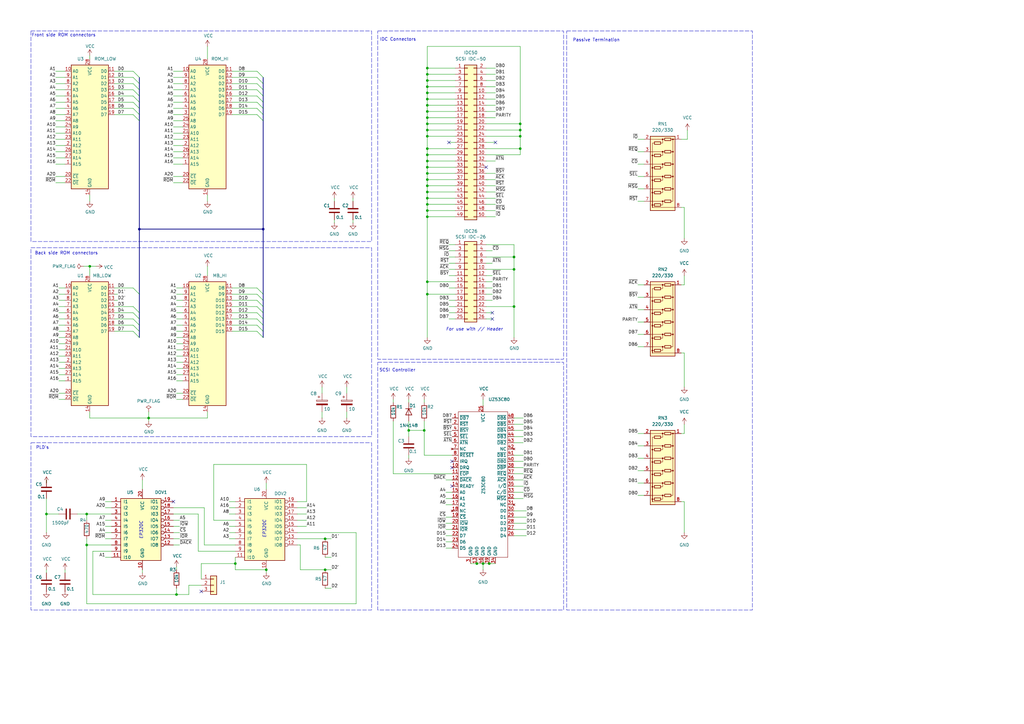
<source format=kicad_sch>
(kicad_sch (version 20231120) (generator "eeschema") (generator_version "8.0")
  (paper "A3")
  (title_block (title "MacSnap SCSI original board") (date "2024-12-07") (rev "1.0") (company "Builder68") (comment 1 "https://github.com/demik/MacSnap-SCSI") (comment 2 "https://68kmla.org/bb/index.php?threads/reverse-engineering-the-macsnap-scsi.37901/"))
  (junction (at 175.26 63.5))
  (junction (at 175.26 83.82))
  (junction (at 175.26 45.72))
  (junction (at 175.26 30.48))
  (junction (at 175.26 40.64))
  (junction (at 210.82 125.73))
  (junction (at 60.96 171.45))
  (junction (at 213.36 50.8))
  (junction (at 175.26 88.9))
  (junction (at 167.64 176.53))
  (junction (at 198.12 231.14))
  (junction (at 175.26 66.04))
  (junction (at 175.26 71.12))
  (junction (at 175.26 38.1))
  (junction (at 175.26 73.66))
  (junction (at 173.99 176.53))
  (junction (at 36.83 109.22))
  (junction (at 109.22 233.68))
  (junction (at 133.35 233.68))
  (junction (at 175.26 68.58))
  (junction (at 195.58 231.14))
  (junction (at 175.26 76.2))
  (junction (at 175.26 115.57))
  (junction (at 175.26 120.65))
  (junction (at 72.39 243.84))
  (junction (at 96.52 231.14))
  (junction (at 175.26 33.02))
  (junction (at 213.36 53.34))
  (junction (at 35.56 210.82))
  (junction (at 175.26 27.94))
  (junction (at 175.26 53.34))
  (junction (at 175.26 78.74))
  (junction (at 133.35 220.98))
  (junction (at 210.82 110.49))
  (junction (at 175.26 50.8))
  (junction (at 200.66 231.14))
  (junction (at 210.82 105.41))
  (junction (at 175.26 43.18))
  (junction (at 19.05 210.82))
  (junction (at 213.36 55.88))
  (junction (at 175.26 81.28))
  (junction (at 213.36 60.96))
  (junction (at 35.56 223.52))
  (junction (at 107.95 93.98))
  (junction (at 175.26 55.88))
  (junction (at 175.26 48.26))
  (junction (at 175.26 60.96))
  (junction (at 57.15 93.98))
  (junction (at 175.26 35.56))
  (junction (at 175.26 86.36))
  (no_connect (at 185.42 191.77))
  (no_connect (at 71.12 205.74))
  (no_connect (at 185.42 189.23))
  (no_connect (at 82.55 242.57))
  (no_connect (at 201.93 128.27))
  (no_connect (at 203.2 58.42))
  (no_connect (at 201.93 130.81))
  (no_connect (at 184.15 58.42))
  (no_connect (at 199.39 68.58))
  (no_connect (at 185.42 199.39))
  (bus_entry (at 54.61 118.11) (size 2.54 2.54))
  (bus_entry (at 105.41 44.45) (size 2.54 2.54))
  (bus_entry (at 54.61 125.73) (size 2.54 2.54))
  (bus_entry (at 54.61 29.21) (size 2.54 2.54))
  (bus_entry (at 54.61 39.37) (size 2.54 2.54))
  (bus_entry (at 54.61 130.81) (size 2.54 2.54))
  (bus_entry (at 105.41 39.37) (size 2.54 2.54))
  (bus_entry (at 54.61 46.99) (size 2.54 2.54))
  (bus_entry (at 105.41 36.83) (size 2.54 2.54))
  (bus_entry (at 54.61 34.29) (size 2.54 2.54))
  (bus_entry (at 54.61 36.83) (size 2.54 2.54))
  (bus_entry (at 54.61 31.75) (size 2.54 2.54))
  (bus_entry (at 105.41 120.65) (size 2.54 2.54))
  (bus_entry (at 105.41 133.35) (size 2.54 2.54))
  (bus_entry (at 105.41 29.21) (size 2.54 2.54))
  (bus_entry (at 105.41 123.19) (size 2.54 2.54))
  (bus_entry (at 105.41 31.75) (size 2.54 2.54))
  (bus_entry (at 54.61 128.27) (size 2.54 2.54))
  (bus_entry (at 105.41 118.11) (size 2.54 2.54))
  (bus_entry (at 54.61 133.35) (size 2.54 2.54))
  (bus_entry (at 105.41 41.91) (size 2.54 2.54))
  (bus_entry (at 105.41 128.27) (size 2.54 2.54))
  (bus_entry (at 105.41 34.29) (size 2.54 2.54))
  (bus_entry (at 105.41 46.99) (size 2.54 2.54))
  (bus_entry (at 105.41 125.73) (size 2.54 2.54))
  (bus_entry (at 105.41 135.89) (size 2.54 2.54))
  (bus_entry (at 54.61 135.89) (size 2.54 2.54))
  (bus_entry (at 54.61 44.45) (size 2.54 2.54))
  (bus_entry (at 105.41 130.81) (size 2.54 2.54))
  (bus_entry (at 54.61 41.91) (size 2.54 2.54))
  (wire (pts (xy 105.41 118.11) (xy 95.25 118.11)))
  (wire (pts (xy 203.2 45.72) (xy 199.39 45.72)))
  (wire (pts (xy 261.62 177.8) (xy 264.16 177.8)))
  (wire (pts (xy 146.05 247.65) (xy 146.05 218.44)))
  (wire (pts (xy 184.15 118.11) (xy 186.69 118.11)))
  (wire (pts (xy 261.62 132.08) (xy 264.16 132.08)))
  (wire (pts (xy 43.18 215.9) (xy 45.72 215.9)))
  (wire (pts (xy 24.13 135.89) (xy 26.67 135.89)))
  (wire (pts (xy 175.26 81.28) (xy 175.26 83.82)))
  (wire (pts (xy 199.39 120.65) (xy 201.93 120.65)))
  (wire (pts (xy 175.26 76.2) (xy 186.69 76.2)))
  (wire (pts (xy 210.82 100.33) (xy 210.82 105.41)))
  (bus (pts (xy 107.95 93.98) (xy 107.95 120.65)))
  (wire (pts (xy 175.26 68.58) (xy 175.26 71.12)))
  (wire (pts (xy 175.26 27.94) (xy 175.26 30.48)))
  (wire (pts (xy 186.69 45.72) (xy 175.26 45.72)))
  (wire (pts (xy 72.39 161.29) (xy 74.93 161.29)))
  (wire (pts (xy 24.13 210.82) (xy 19.05 210.82)))
  (wire (pts (xy 175.26 50.8) (xy 186.69 50.8)))
  (wire (pts (xy 132.08 171.45) (xy 132.08 168.91)))
  (wire (pts (xy 182.88 214.63) (xy 185.42 214.63)))
  (wire (pts (xy 93.98 210.82) (xy 96.52 210.82)))
  (wire (pts (xy 72.39 151.13) (xy 74.93 151.13)))
  (wire (pts (xy 279.4 144.78) (xy 280.67 144.78)))
  (bus (pts (xy 107.95 120.65) (xy 107.95 123.19)))
  (wire (pts (xy 203.2 71.12) (xy 199.39 71.12)))
  (wire (pts (xy 43.18 208.28) (xy 45.72 208.28)))
  (wire (pts (xy 280.67 205.74) (xy 280.67 218.44)))
  (wire (pts (xy 43.18 228.6) (xy 45.72 228.6)))
  (wire (pts (xy 85.09 113.03) (xy 85.09 109.22)))
  (wire (pts (xy 264.16 82.55) (xy 261.62 82.55)))
  (wire (pts (xy 71.12 59.69) (xy 74.93 59.69)))
  (wire (pts (xy 215.9 217.17) (xy 210.82 217.17)))
  (wire (pts (xy 280.67 113.03) (xy 280.67 116.84)))
  (wire (pts (xy 22.86 49.53) (xy 26.67 49.53)))
  (wire (pts (xy 200.66 231.14) (xy 203.2 231.14)))
  (wire (pts (xy 71.12 67.31) (xy 74.93 67.31)))
  (wire (pts (xy 72.39 143.51) (xy 74.93 143.51)))
  (wire (pts (xy 46.99 135.89) (xy 54.61 135.89)))
  (wire (pts (xy 24.13 156.21) (xy 26.67 156.21)))
  (wire (pts (xy 213.36 55.88) (xy 213.36 53.34)))
  (wire (pts (xy 72.39 123.19) (xy 74.93 123.19)))
  (wire (pts (xy 125.73 215.9) (xy 121.92 215.9)))
  (wire (pts (xy 184.15 58.42) (xy 186.69 58.42)))
  (wire (pts (xy 199.39 50.8) (xy 213.36 50.8)))
  (wire (pts (xy 121.92 223.52) (xy 123.19 223.52)))
  (wire (pts (xy 175.26 48.26) (xy 186.69 48.26)))
  (wire (pts (xy 175.26 88.9) (xy 175.26 115.57)))
  (wire (pts (xy 45.72 226.06) (xy 38.1 226.06)))
  (wire (pts (xy 280.67 85.09) (xy 280.67 97.79)))
  (wire (pts (xy 175.26 45.72) (xy 175.26 48.26)))
  (wire (pts (xy 135.89 233.68) (xy 133.35 233.68)))
  (wire (pts (xy 125.73 205.74) (xy 121.92 205.74)))
  (wire (pts (xy 184.15 100.33) (xy 186.69 100.33)))
  (wire (pts (xy 280.67 177.8) (xy 279.4 177.8)))
  (wire (pts (xy 261.62 203.2) (xy 264.16 203.2)))
  (wire (pts (xy 213.36 53.34) (xy 213.36 50.8)))
  (bus (pts (xy 107.95 41.91) (xy 107.95 44.45)))
  (wire (pts (xy 46.99 133.35) (xy 54.61 133.35)))
  (wire (pts (xy 186.69 73.66) (xy 175.26 73.66)))
  (wire (pts (xy 31.75 210.82) (xy 35.56 210.82)))
  (wire (pts (xy 175.26 88.9) (xy 186.69 88.9)))
  (wire (pts (xy 173.99 172.72) (xy 173.99 176.53)))
  (wire (pts (xy 85.09 19.05) (xy 85.09 24.13)))
  (wire (pts (xy 280.67 173.99) (xy 280.67 177.8)))
  (wire (pts (xy 73.66 223.52) (xy 71.12 223.52)))
  (wire (pts (xy 73.66 215.9) (xy 71.12 215.9)))
  (wire (pts (xy 210.82 201.93) (xy 214.63 201.93)))
  (wire (pts (xy 60.96 171.45) (xy 36.83 171.45)))
  (wire (pts (xy 261.62 182.88) (xy 264.16 182.88)))
  (wire (pts (xy 35.56 210.82) (xy 35.56 213.36)))
  (wire (pts (xy 36.83 22.86) (xy 36.83 24.13)))
  (wire (pts (xy 184.15 105.41) (xy 186.69 105.41)))
  (wire (pts (xy 261.62 198.12) (xy 264.16 198.12)))
  (wire (pts (xy 22.86 59.69) (xy 26.67 59.69)))
  (bus (pts (xy 107.95 123.19) (xy 107.95 125.73)))
  (wire (pts (xy 46.99 123.19) (xy 48.26 123.19)))
  (wire (pts (xy 58.42 196.85) (xy 58.42 200.66)))
  (wire (pts (xy 213.36 50.8) (xy 213.36 19.05)))
  (wire (pts (xy 19.05 210.82) (xy 19.05 218.44)))
  (wire (pts (xy 264.16 72.39) (xy 261.62 72.39)))
  (wire (pts (xy 46.99 36.83) (xy 54.61 36.83)))
  (wire (pts (xy 72.39 118.11) (xy 74.93 118.11)))
  (wire (pts (xy 22.86 29.21) (xy 26.67 29.21)))
  (wire (pts (xy 201.93 130.81) (xy 199.39 130.81)))
  (wire (pts (xy 83.82 208.28) (xy 83.82 223.52)))
  (wire (pts (xy 132.08 158.75) (xy 132.08 161.29)))
  (wire (pts (xy 24.13 118.11) (xy 26.67 118.11)))
  (wire (pts (xy 182.88 201.93) (xy 185.42 201.93)))
  (bus (pts (xy 57.15 49.53) (xy 57.15 93.98)))
  (bus (pts (xy 107.95 128.27) (xy 107.95 130.81)))
  (wire (pts (xy 46.99 125.73) (xy 54.61 125.73)))
  (wire (pts (xy 215.9 219.71) (xy 210.82 219.71)))
  (wire (pts (xy 214.63 179.07) (xy 210.82 179.07)))
  (wire (pts (xy 210.82 110.49) (xy 210.82 125.73)))
  (wire (pts (xy 133.35 233.68) (xy 123.19 233.68)))
  (wire (pts (xy 175.26 68.58) (xy 186.69 68.58)))
  (bus (pts (xy 57.15 133.35) (xy 57.15 135.89)))
  (wire (pts (xy 261.62 193.04) (xy 264.16 193.04)))
  (wire (pts (xy 46.99 46.99) (xy 54.61 46.99)))
  (wire (pts (xy 175.26 86.36) (xy 175.26 88.9)))
  (wire (pts (xy 203.2 35.56) (xy 199.39 35.56)))
  (wire (pts (xy 184.15 113.03) (xy 186.69 113.03)))
  (wire (pts (xy 203.2 27.94) (xy 199.39 27.94)))
  (wire (pts (xy 71.12 49.53) (xy 74.93 49.53)))
  (wire (pts (xy 261.62 142.24) (xy 264.16 142.24)))
  (wire (pts (xy 74.93 120.65) (xy 72.39 120.65)))
  (wire (pts (xy 175.26 73.66) (xy 175.26 76.2)))
  (wire (pts (xy 175.26 71.12) (xy 186.69 71.12)))
  (wire (pts (xy 72.39 125.73) (xy 74.93 125.73)))
  (wire (pts (xy 144.78 81.28) (xy 144.78 82.55)))
  (wire (pts (xy 215.9 214.63) (xy 210.82 214.63)))
  (wire (pts (xy 24.13 153.67) (xy 26.67 153.67)))
  (bus (pts (xy 107.95 39.37) (xy 107.95 41.91)))
  (wire (pts (xy 24.13 128.27) (xy 26.67 128.27)))
  (wire (pts (xy 203.2 58.42) (xy 199.39 58.42)))
  (wire (pts (xy 175.26 55.88) (xy 186.69 55.88)))
  (bus (pts (xy 57.15 34.29) (xy 57.15 36.83)))
  (wire (pts (xy 203.2 33.02) (xy 199.39 33.02)))
  (wire (pts (xy 175.26 43.18) (xy 175.26 45.72)))
  (wire (pts (xy 279.4 205.74) (xy 280.67 205.74)))
  (wire (pts (xy 173.99 163.83) (xy 173.99 165.1)))
  (wire (pts (xy 24.13 130.81) (xy 26.67 130.81)))
  (wire (pts (xy 85.09 168.91) (xy 85.09 171.45)))
  (wire (pts (xy 43.18 218.44) (xy 45.72 218.44)))
  (wire (pts (xy 203.2 40.64) (xy 199.39 40.64)))
  (wire (pts (xy 35.56 223.52) (xy 35.56 247.65)))
  (wire (pts (xy 35.56 220.98) (xy 35.56 223.52)))
  (wire (pts (xy 281.94 57.15) (xy 279.4 57.15)))
  (wire (pts (xy 72.39 153.67) (xy 74.93 153.67)))
  (wire (pts (xy 72.39 243.84) (xy 72.39 241.3)))
  (wire (pts (xy 43.18 205.74) (xy 45.72 205.74)))
  (wire (pts (xy 96.52 213.36) (xy 87.63 213.36)))
  (wire (pts (xy 161.29 165.1) (xy 161.29 163.83)))
  (wire (pts (xy 24.13 133.35) (xy 26.67 133.35)))
  (wire (pts (xy 72.39 133.35) (xy 74.93 133.35)))
  (wire (pts (xy 264.16 77.47) (xy 261.62 77.47)))
  (wire (pts (xy 96.52 233.68) (xy 109.22 233.68)))
  (wire (pts (xy 81.28 210.82) (xy 81.28 226.06)))
  (wire (pts (xy 105.41 125.73) (xy 95.25 125.73)))
  (wire (pts (xy 22.86 44.45) (xy 26.67 44.45)))
  (wire (pts (xy 73.66 213.36) (xy 71.12 213.36)))
  (wire (pts (xy 87.63 213.36) (xy 87.63 190.5)))
  (wire (pts (xy 175.26 30.48) (xy 175.26 33.02)))
  (wire (pts (xy 175.26 53.34) (xy 175.26 55.88)))
  (wire (pts (xy 36.83 113.03) (xy 36.83 109.22)))
  (wire (pts (xy 105.41 135.89) (xy 95.25 135.89)))
  (wire (pts (xy 125.73 190.5) (xy 125.73 205.74)))
  (wire (pts (xy 46.99 29.21) (xy 54.61 29.21)))
  (wire (pts (xy 279.4 85.09) (xy 280.67 85.09)))
  (wire (pts (xy 214.63 171.45) (xy 210.82 171.45)))
  (wire (pts (xy 46.99 130.81) (xy 54.61 130.81)))
  (bus (pts (xy 107.95 34.29) (xy 107.95 36.83)))
  (wire (pts (xy 46.99 118.11) (xy 54.61 118.11)))
  (wire (pts (xy 175.26 35.56) (xy 175.26 38.1)))
  (wire (pts (xy 71.12 54.61) (xy 74.93 54.61)))
  (wire (pts (xy 22.86 39.37) (xy 26.67 39.37)))
  (wire (pts (xy 185.42 194.31) (xy 161.29 194.31)))
  (wire (pts (xy 173.99 186.69) (xy 185.42 186.69)))
  (wire (pts (xy 175.26 38.1) (xy 175.26 40.64)))
  (wire (pts (xy 161.29 172.72) (xy 161.29 194.31)))
  (wire (pts (xy 36.83 171.45) (xy 36.83 168.91)))
  (wire (pts (xy 24.13 140.97) (xy 26.67 140.97)))
  (wire (pts (xy 72.39 148.59) (xy 74.93 148.59)))
  (wire (pts (xy 35.56 247.65) (xy 146.05 247.65)))
  (wire (pts (xy 182.88 196.85) (xy 185.42 196.85)))
  (wire (pts (xy 198.12 233.68) (xy 198.12 231.14)))
  (wire (pts (xy 201.93 128.27) (xy 199.39 128.27)))
  (wire (pts (xy 105.41 41.91) (xy 95.25 41.91)))
  (wire (pts (xy 175.26 43.18) (xy 186.69 43.18)))
  (wire (pts (xy 210.82 125.73) (xy 210.82 138.43)))
  (wire (pts (xy 182.88 224.79) (xy 185.42 224.79)))
  (wire (pts (xy 71.12 52.07) (xy 74.93 52.07)))
  (wire (pts (xy 175.26 81.28) (xy 186.69 81.28)))
  (wire (pts (xy 210.82 191.77) (xy 214.63 191.77)))
  (wire (pts (xy 95.25 31.75) (xy 105.41 31.75)))
  (wire (pts (xy 175.26 38.1) (xy 186.69 38.1)))
  (bus (pts (xy 107.95 133.35) (xy 107.95 135.89)))
  (wire (pts (xy 105.41 133.35) (xy 95.25 133.35)))
  (wire (pts (xy 199.39 123.19) (xy 201.93 123.19)))
  (wire (pts (xy 175.26 53.34) (xy 186.69 53.34)))
  (wire (pts (xy 45.72 223.52) (xy 35.56 223.52)))
  (wire (pts (xy 213.36 19.05) (xy 175.26 19.05)))
  (wire (pts (xy 87.63 190.5) (xy 125.73 190.5)))
  (wire (pts (xy 22.86 34.29) (xy 26.67 34.29)))
  (wire (pts (xy 203.2 66.04) (xy 199.39 66.04)))
  (wire (pts (xy 167.64 187.96) (xy 167.64 186.69)))
  (wire (pts (xy 193.04 231.14) (xy 195.58 231.14)))
  (wire (pts (xy 175.26 83.82) (xy 186.69 83.82)))
  (wire (pts (xy 24.13 161.29) (xy 26.67 161.29)))
  (wire (pts (xy 175.26 66.04) (xy 186.69 66.04)))
  (wire (pts (xy 182.88 204.47) (xy 185.42 204.47)))
  (wire (pts (xy 261.62 127) (xy 264.16 127)))
  (wire (pts (xy 72.39 130.81) (xy 74.93 130.81)))
  (wire (pts (xy 264.16 62.23) (xy 261.62 62.23)))
  (wire (pts (xy 125.73 210.82) (xy 121.92 210.82)))
  (wire (pts (xy 38.1 226.06) (xy 38.1 243.84)))
  (wire (pts (xy 71.12 36.83) (xy 74.93 36.83)))
  (wire (pts (xy 22.86 46.99) (xy 26.67 46.99)))
  (wire (pts (xy 71.12 210.82) (xy 81.28 210.82)))
  (wire (pts (xy 72.39 138.43) (xy 74.93 138.43)))
  (wire (pts (xy 121.92 220.98) (xy 133.35 220.98)))
  (wire (pts (xy 93.98 218.44) (xy 96.52 218.44)))
  (wire (pts (xy 133.35 220.98) (xy 135.89 220.98)))
  (wire (pts (xy 199.39 63.5) (xy 213.36 63.5)))
  (wire (pts (xy 203.2 43.18) (xy 199.39 43.18)))
  (bus (pts (xy 57.15 130.81) (xy 57.15 133.35)))
  (bus (pts (xy 57.15 36.83) (xy 57.15 39.37)))
  (wire (pts (xy 93.98 220.98) (xy 96.52 220.98)))
  (wire (pts (xy 81.28 226.06) (xy 96.52 226.06)))
  (wire (pts (xy 71.12 39.37) (xy 74.93 39.37)))
  (wire (pts (xy 26.67 233.68) (xy 26.67 234.95)))
  (wire (pts (xy 199.39 102.87) (xy 201.93 102.87)))
  (wire (pts (xy 26.67 120.65) (xy 24.13 120.65)))
  (wire (pts (xy 203.2 38.1) (xy 199.39 38.1)))
  (wire (pts (xy 261.62 116.84) (xy 264.16 116.84)))
  (wire (pts (xy 167.64 176.53) (xy 173.99 176.53)))
  (wire (pts (xy 182.88 222.25) (xy 185.42 222.25)))
  (wire (pts (xy 184.15 102.87) (xy 186.69 102.87)))
  (wire (pts (xy 214.63 189.23) (xy 210.82 189.23)))
  (wire (pts (xy 96.52 228.6) (xy 96.52 231.14)))
  (bus (pts (xy 57.15 44.45) (xy 57.15 46.99)))
  (wire (pts (xy 24.13 125.73) (xy 26.67 125.73)))
  (wire (pts (xy 72.39 146.05) (xy 74.93 146.05)))
  (wire (pts (xy 22.86 62.23) (xy 26.67 62.23)))
  (wire (pts (xy 280.67 116.84) (xy 279.4 116.84)))
  (wire (pts (xy 186.69 120.65) (xy 175.26 120.65)))
  (wire (pts (xy 199.39 115.57) (xy 201.93 115.57)))
  (wire (pts (xy 175.26 71.12) (xy 175.26 73.66)))
  (wire (pts (xy 199.39 60.96) (xy 213.36 60.96)))
  (bus (pts (xy 107.95 44.45) (xy 107.95 46.99)))
  (wire (pts (xy 58.42 234.95) (xy 58.42 233.68)))
  (wire (pts (xy 36.83 82.55) (xy 36.83 80.01)))
  (wire (pts (xy 175.26 115.57) (xy 175.26 120.65)))
  (wire (pts (xy 175.26 76.2) (xy 175.26 78.74)))
  (wire (pts (xy 175.26 35.56) (xy 186.69 35.56)))
  (wire (pts (xy 19.05 233.68) (xy 19.05 234.95)))
  (wire (pts (xy 85.09 171.45) (xy 60.96 171.45)))
  (wire (pts (xy 71.12 29.21) (xy 74.93 29.21)))
  (wire (pts (xy 82.55 237.49) (xy 82.55 231.14)))
  (wire (pts (xy 144.78 91.44) (xy 144.78 90.17)))
  (wire (pts (xy 184.15 107.95) (xy 186.69 107.95)))
  (wire (pts (xy 261.62 137.16) (xy 264.16 137.16)))
  (wire (pts (xy 175.26 40.64) (xy 186.69 40.64)))
  (wire (pts (xy 201.93 113.03) (xy 199.39 113.03)))
  (wire (pts (xy 210.82 196.85) (xy 214.63 196.85)))
  (wire (pts (xy 72.39 135.89) (xy 74.93 135.89)))
  (wire (pts (xy 175.26 120.65) (xy 175.26 138.43)))
  (wire (pts (xy 95.25 128.27) (xy 105.41 128.27)))
  (wire (pts (xy 105.41 29.21) (xy 95.25 29.21)))
  (wire (pts (xy 175.26 86.36) (xy 186.69 86.36)))
  (bus (pts (xy 107.95 130.81) (xy 107.95 133.35)))
  (wire (pts (xy 43.18 220.98) (xy 45.72 220.98)))
  (wire (pts (xy 203.2 83.82) (xy 199.39 83.82)))
  (wire (pts (xy 203.2 30.48) (xy 199.39 30.48)))
  (wire (pts (xy 77.47 240.03) (xy 77.47 243.84)))
  (wire (pts (xy 137.16 81.28) (xy 137.16 82.55)))
  (wire (pts (xy 199.39 55.88) (xy 213.36 55.88)))
  (wire (pts (xy 93.98 215.9) (xy 96.52 215.9)))
  (wire (pts (xy 19.05 198.12) (xy 19.05 196.85)))
  (wire (pts (xy 175.26 33.02) (xy 186.69 33.02)))
  (wire (pts (xy 24.13 146.05) (xy 26.67 146.05)))
  (wire (pts (xy 71.12 41.91) (xy 74.93 41.91)))
  (wire (pts (xy 22.86 67.31) (xy 26.67 67.31)))
  (wire (pts (xy 105.41 44.45) (xy 95.25 44.45)))
  (wire (pts (xy 24.13 143.51) (xy 26.67 143.51)))
  (wire (pts (xy 34.29 109.22) (xy 36.83 109.22)))
  (wire (pts (xy 24.13 163.83) (xy 26.67 163.83)))
  (wire (pts (xy 175.26 60.96) (xy 186.69 60.96)))
  (wire (pts (xy 72.39 163.83) (xy 74.93 163.83)))
  (wire (pts (xy 95.25 120.65) (xy 105.41 120.65)))
  (wire (pts (xy 182.88 212.09) (xy 185.42 212.09)))
  (wire (pts (xy 173.99 176.53) (xy 173.99 186.69)))
  (wire (pts (xy 214.63 176.53) (xy 210.82 176.53)))
  (wire (pts (xy 175.26 19.05) (xy 175.26 27.94)))
  (wire (pts (xy 46.99 44.45) (xy 54.61 44.45)))
  (wire (pts (xy 72.39 232.41) (xy 72.39 233.68)))
  (wire (pts (xy 186.69 27.94) (xy 175.26 27.94)))
  (wire (pts (xy 215.9 212.09) (xy 210.82 212.09)))
  (bus (pts (xy 57.15 46.99) (xy 57.15 49.53)))
  (wire (pts (xy 105.41 46.99) (xy 95.25 46.99)))
  (wire (pts (xy 199.39 125.73) (xy 210.82 125.73)))
  (wire (pts (xy 280.67 144.78) (xy 280.67 158.75)))
  (wire (pts (xy 199.39 53.34) (xy 213.36 53.34)))
  (wire (pts (xy 175.26 30.48) (xy 186.69 30.48)))
  (wire (pts (xy 71.12 74.93) (xy 74.93 74.93)))
  (wire (pts (xy 19.05 204.47) (xy 19.05 210.82)))
  (wire (pts (xy 105.41 130.81) (xy 95.25 130.81)))
  (wire (pts (xy 203.2 48.26) (xy 199.39 48.26)))
  (wire (pts (xy 199.39 107.95) (xy 201.93 107.95)))
  (wire (pts (xy 261.62 67.31) (xy 264.16 67.31)))
  (wire (pts (xy 105.41 123.19) (xy 95.25 123.19)))
  (wire (pts (xy 199.39 118.11) (xy 201.93 118.11)))
  (wire (pts (xy 48.26 120.65) (xy 46.99 120.65)))
  (wire (pts (xy 214.63 173.99) (xy 210.82 173.99)))
  (wire (pts (xy 22.86 31.75) (xy 26.67 31.75)))
  (wire (pts (xy 214.63 186.69) (xy 210.82 186.69)))
  (wire (pts (xy 71.12 64.77) (xy 74.93 64.77)))
  (wire (pts (xy 24.13 138.43) (xy 26.67 138.43)))
  (wire (pts (xy 175.26 60.96) (xy 175.26 63.5)))
  (wire (pts (xy 71.12 34.29) (xy 74.93 34.29)))
  (wire (pts (xy 203.2 78.74) (xy 199.39 78.74)))
  (wire (pts (xy 210.82 204.47) (xy 214.63 204.47)))
  (bus (pts (xy 107.95 125.73) (xy 107.95 128.27)))
  (bus (pts (xy 57.15 31.75) (xy 57.15 34.29)))
  (wire (pts (xy 83.82 223.52) (xy 96.52 223.52)))
  (wire (pts (xy 71.12 57.15) (xy 74.93 57.15)))
  (bus (pts (xy 57.15 128.27) (xy 57.15 130.81)))
  (wire (pts (xy 123.19 233.68) (xy 123.19 223.52)))
  (wire (pts (xy 142.24 158.75) (xy 142.24 161.29)))
  (wire (pts (xy 184.15 110.49) (xy 186.69 110.49)))
  (wire (pts (xy 71.12 31.75) (xy 74.93 31.75)))
  (wire (pts (xy 203.2 81.28) (xy 199.39 81.28)))
  (wire (pts (xy 24.13 151.13) (xy 26.67 151.13)))
  (wire (pts (xy 175.26 83.82) (xy 175.26 86.36)))
  (wire (pts (xy 22.86 72.39) (xy 26.67 72.39)))
  (wire (pts (xy 203.2 88.9) (xy 199.39 88.9)))
  (wire (pts (xy 22.86 52.07) (xy 26.67 52.07)))
  (wire (pts (xy 45.72 210.82) (xy 35.56 210.82)))
  (wire (pts (xy 133.35 241.3) (xy 135.89 241.3)))
  (wire (pts (xy 175.26 50.8) (xy 175.26 53.34)))
  (wire (pts (xy 182.88 217.17) (xy 185.42 217.17)))
  (wire (pts (xy 215.9 209.55) (xy 210.82 209.55)))
  (bus (pts (xy 57.15 135.89) (xy 57.15 138.43)))
  (wire (pts (xy 125.73 208.28) (xy 121.92 208.28)))
  (wire (pts (xy 175.26 63.5) (xy 175.26 66.04)))
  (bus (pts (xy 107.95 49.53) (xy 107.95 93.98)))
  (wire (pts (xy 198.12 231.14) (xy 200.66 231.14)))
  (wire (pts (xy 167.64 179.07) (xy 167.64 176.53)))
  (wire (pts (xy 203.2 76.2) (xy 199.39 76.2)))
  (bus (pts (xy 107.95 135.89) (xy 107.95 138.43)))
  (wire (pts (xy 109.22 198.12) (xy 109.22 200.66)))
  (wire (pts (xy 182.88 219.71) (xy 185.42 219.71)))
  (wire (pts (xy 175.26 63.5) (xy 186.69 63.5)))
  (wire (pts (xy 22.86 41.91) (xy 26.67 41.91)))
  (wire (pts (xy 46.99 41.91) (xy 54.61 41.91)))
  (wire (pts (xy 175.26 33.02) (xy 175.26 35.56)))
  (wire (pts (xy 72.39 128.27) (xy 74.93 128.27)))
  (wire (pts (xy 46.99 31.75) (xy 54.61 31.75)))
  (wire (pts (xy 184.15 125.73) (xy 186.69 125.73)))
  (wire (pts (xy 82.55 231.14) (xy 96.52 231.14)))
  (wire (pts (xy 125.73 213.36) (xy 121.92 213.36)))
  (wire (pts (xy 264.16 57.15) (xy 261.62 57.15)))
  (wire (pts (xy 22.86 36.83) (xy 26.67 36.83)))
  (wire (pts (xy 199.39 105.41) (xy 210.82 105.41)))
  (wire (pts (xy 105.41 36.83) (xy 95.25 36.83)))
  (wire (pts (xy 184.15 130.81) (xy 186.69 130.81)))
  (bus (pts (xy 57.15 93.98) (xy 107.95 93.98)))
  (bus (pts (xy 107.95 46.99) (xy 107.95 49.53)))
  (wire (pts (xy 82.55 240.03) (xy 77.47 240.03)))
  (bus (pts (xy 57.15 39.37) (xy 57.15 41.91)))
  (wire (pts (xy 24.13 148.59) (xy 26.67 148.59)))
  (wire (pts (xy 261.62 187.96) (xy 264.16 187.96)))
  (wire (pts (xy 38.1 243.84) (xy 72.39 243.84)))
  (wire (pts (xy 105.41 34.29) (xy 95.25 34.29)))
  (wire (pts (xy 73.66 218.44) (xy 71.12 218.44)))
  (wire (pts (xy 199.39 100.33) (xy 210.82 100.33)))
  (wire (pts (xy 175.26 55.88) (xy 175.26 60.96)))
  (wire (pts (xy 203.2 73.66) (xy 199.39 73.66)))
  (wire (pts (xy 72.39 156.21) (xy 74.93 156.21)))
  (wire (pts (xy 175.26 78.74) (xy 175.26 81.28)))
  (wire (pts (xy 71.12 62.23) (xy 74.93 62.23)))
  (wire (pts (xy 71.12 46.99) (xy 74.93 46.99)))
  (wire (pts (xy 109.22 233.68) (xy 109.22 234.95)))
  (wire (pts (xy 46.99 128.27) (xy 54.61 128.27)))
  (wire (pts (xy 133.35 228.6) (xy 135.89 228.6)))
  (bus (pts (xy 57.15 120.65) (xy 57.15 128.27)))
  (wire (pts (xy 281.94 53.34) (xy 281.94 57.15)))
  (wire (pts (xy 43.18 213.36) (xy 45.72 213.36)))
  (wire (pts (xy 213.36 63.5) (xy 213.36 60.96)))
  (bus (pts (xy 107.95 31.75) (xy 107.95 34.29)))
  (wire (pts (xy 95.25 39.37) (xy 105.41 39.37)))
  (bus (pts (xy 57.15 41.91) (xy 57.15 44.45)))
  (wire (pts (xy 175.26 78.74) (xy 186.69 78.74)))
  (wire (pts (xy 71.12 44.45) (xy 74.93 44.45)))
  (wire (pts (xy 85.09 82.55) (xy 85.09 80.01)))
  (wire (pts (xy 71.12 72.39) (xy 74.93 72.39)))
  (wire (pts (xy 167.64 172.72) (xy 167.64 176.53)))
  (wire (pts (xy 175.26 48.26) (xy 175.26 50.8)))
  (wire (pts (xy 22.86 74.93) (xy 26.67 74.93)))
  (wire (pts (xy 184.15 123.19) (xy 186.69 123.19)))
  (wire (pts (xy 210.82 105.41) (xy 210.82 110.49)))
  (wire (pts (xy 142.24 171.45) (xy 142.24 168.91)))
  (wire (pts (xy 167.64 165.1) (xy 167.64 163.83)))
  (wire (pts (xy 93.98 205.74) (xy 96.52 205.74)))
  (wire (pts (xy 261.62 121.92) (xy 264.16 121.92)))
  (wire (pts (xy 36.83 109.22) (xy 39.37 109.22)))
  (wire (pts (xy 175.26 66.04) (xy 175.26 68.58)))
  (wire (pts (xy 73.66 220.98) (xy 71.12 220.98)))
  (wire (pts (xy 199.39 110.49) (xy 210.82 110.49)))
  (wire (pts (xy 24.13 123.19) (xy 26.67 123.19)))
  (wire (pts (xy 203.2 86.36) (xy 199.39 86.36)))
  (wire (pts (xy 96.52 231.14) (xy 96.52 233.68)))
  (wire (pts (xy 22.86 57.15) (xy 26.67 57.15)))
  (bus (pts (xy 107.95 36.83) (xy 107.95 39.37)))
  (wire (pts (xy 77.47 243.84) (xy 72.39 243.84)))
  (wire (pts (xy 186.69 115.57) (xy 175.26 115.57)))
  (wire (pts (xy 60.96 172.72) (xy 60.96 171.45)))
  (wire (pts (xy 210.82 194.31) (xy 214.63 194.31)))
  (wire (pts (xy 60.96 171.45) (xy 60.96 168.91)))
  (wire (pts (xy 195.58 231.14) (xy 198.12 231.14)))
  (wire (pts (xy 182.88 207.01) (xy 185.42 207.01)))
  (wire (pts (xy 71.12 208.28) (xy 83.82 208.28)))
  (wire (pts (xy 137.16 91.44) (xy 137.16 90.17)))
  (wire (pts (xy 198.12 163.83) (xy 198.12 166.37)))
  (wire (pts (xy 184.15 128.27) (xy 186.69 128.27)))
  (wire (pts (xy 210.82 199.39) (xy 214.63 199.39)))
  (wire (pts (xy 93.98 208.28) (xy 96.52 208.28)))
  (wire (pts (xy 22.86 64.77) (xy 26.67 64.77)))
  (bus (pts (xy 57.15 93.98) (xy 57.15 120.65)))
  (wire (pts (xy 46.99 39.37) (xy 54.61 39.37)))
  (wire (pts (xy 22.86 54.61) (xy 26.67 54.61)))
  (wire (pts (xy 121.92 218.44) (xy 146.05 218.44)))
  (wire (pts (xy 46.99 34.29) (xy 54.61 34.29)))
  (wire (pts (xy 175.26 40.64) (xy 175.26 43.18)))
  (wire (pts (xy 214.63 181.61) (xy 210.82 181.61)))
  (wire (pts (xy 213.36 60.96) (xy 213.36 55.88)))
  (wire (pts (xy 72.39 140.97) (xy 74.93 140.97)))
  (rectangle (start 154.94 148.59) (end 231.14 250.19) (stroke (width 0) (type dash)))
  (rectangle (start 154.94 12.7) (end 231.14 147.32) (stroke (width 0) (type dash)))
  (rectangle (start 12.7 181.61) (end 152.4 250.19) (stroke (width 0) (type dash)))
  (rectangle (start 12.7 101.6) (end 152.4 179.07) (stroke (width 0) (type dash)))
  (rectangle (start 12.7 12.7) (end 152.4 99.06) (stroke (width 0) (type dash)))
  (rectangle (start 232.41 12.7) (end 308.61 250.19) (stroke (width 0) (type dash)))
  (text "SCSI Controller" (at 170.434 152.654 0) (effects (font (size 1.27 1.27)) (justify right bottom)))
  (text "EP320C" (at 58.674 221.234 90) (effects (font (size 1.27 1.27) (italic yes)) (justify left bottom)))
  (text "PLD's" (at 14.732 184.404 0) (effects (font (size 1.27 1.27)) (justify left bottom)))
  (text "Passive Termination" (at 254.254 17.272 0) (effects (font (size 1.27 1.27)) (justify right bottom)))
  (text "EP320C" (at 109.22 220.726 90) (effects (font (size 1.27 1.27) (italic yes)) (justify left bottom)))
  (text "Back side ROM connectors" (at 14.224 104.648 0) (effects (font (size 1.27 1.27)) (justify left bottom)))
  (text "Front side ROM connectors" (at 12.954 15.24 0) (effects (font (size 1.27 1.27)) (justify left bottom)))
  (text "IDC Connectors" (at 170.688 17.018 0) (effects (font (size 1.27 1.27)) (justify right bottom)))
  (text "For use with // Header" (at 182.88 135.89 0) (effects (font (size 1.27 1.27) (italic yes)) (justify left bottom)))
  (label "D7" (at 48.26 46.99 0))
  (label "A13" (at 125.73 210.82 0))
  (label "PARITY" (at 261.62 132.08 180))
  (label "D6" (at 48.26 133.35 0))
  (label "A1" (at 71.12 29.21 180))
  (label "D15" (at 97.79 46.99 0))
  (label "DB3" (at 261.62 187.96 180))
  (label "D13" (at 97.79 41.91 0))
  (label "A5" (at 24.13 128.27 180))
  (label "~{ROM}" (at 22.86 74.93 180))
  (label "A2" (at 24.13 120.65 180))
  (label "~{CS}" (at 73.66 218.44 0))
  (label "D10" (at 215.9 214.63 0))
  (label "DB6" (at 184.15 128.27 180))
  (label "A4" (at 72.39 125.73 180))
  (label "D7" (at 48.26 135.89 0))
  (label "A4" (at 71.12 36.83 180))
  (label "DB6" (at 214.63 171.45 0))
  (label "A14" (at 71.12 62.23 180))
  (label "A20" (at 43.18 208.28 180))
  (label "A6" (at 182.88 207.01 180))
  (label "A4" (at 24.13 125.73 180))
  (label "A3" (at 72.39 123.19 180))
  (label "A6" (at 24.13 130.81 180))
  (label "~{DACK}" (at 182.88 196.85 180))
  (label "~{REQ}" (at 214.63 194.31 0))
  (label "~{ATN}" (at 261.62 127 180))
  (label "~{IO}" (at 203.2 88.9 0))
  (label "D11" (at 97.79 125.73 0))
  (label "~{CD}" (at 201.93 102.87 0))
  (label "D9" (at 215.9 212.09 0))
  (label "A7" (at 43.18 213.36 180))
  (label "DB7" (at 203.2 45.72 0))
  (label "DB4" (at 201.93 123.19 0))
  (label "A9" (at 71.12 49.53 180))
  (label "A15" (at 43.18 215.9 180))
  (label "A12" (at 125.73 213.36 0))
  (label "D0" (at 48.26 29.21 0))
  (label "~{IOR}" (at 182.88 217.17 180))
  (label "~{RST}" (at 185.42 173.99 180))
  (label "DB2" (at 261.62 193.04 180))
  (label "DB5" (at 184.15 125.73 180))
  (label "A6" (at 93.98 215.9 180))
  (label "~{REQ}" (at 203.2 86.36 0))
  (label "A2" (at 93.98 218.44 180))
  (label "A4" (at 22.86 36.83 180))
  (label "A8" (at 24.13 135.89 180))
  (label "~{REQ}" (at 184.15 100.33 180))
  (label "A13" (at 71.12 59.69 180))
  (label "DB2" (at 203.2 33.02 0))
  (label "DB1" (at 201.93 118.11 0))
  (label "A7" (at 71.12 44.45 180))
  (label "DB1" (at 214.63 186.69 0))
  (label "A9" (at 72.39 138.43 180))
  (label "A11" (at 22.86 54.61 180))
  (label "A9" (at 43.18 205.74 180))
  (label "A1" (at 72.39 118.11 180))
  (label "D2'" (at 48.26 123.19 0))
  (label "DB4" (at 261.62 182.88 180))
  (label "A6" (at 22.86 41.91 180))
  (label "A3" (at 71.12 34.29 180))
  (label "D14" (at 97.79 44.45 0))
  (label "~{ROM}" (at 24.13 163.83 180))
  (label "A12" (at 22.86 57.15 180))
  (label "A11" (at 125.73 215.9 0))
  (label "D9" (at 97.79 31.75 0))
  (label "A5" (at 182.88 204.47 180))
  (label "A12" (at 71.12 57.15 180))
  (label "A4" (at 43.18 218.44 180))
  (label "~{BSY}" (at 184.15 113.03 180))
  (label "D3" (at 48.26 125.73 0))
  (label "~{MSG}" (at 203.2 78.74 0))
  (label "A11" (at 24.13 143.51 180))
  (label "~{RST}" (at 184.15 107.95 180))
  (label "A8" (at 71.12 46.99 180))
  (label "~{ACK}" (at 184.15 110.49 180))
  (label "A9" (at 24.13 138.43 180))
  (label "A8" (at 72.39 135.89 180))
  (label "DB5" (at 214.63 173.99 0))
  (label "DB1" (at 261.62 198.12 180))
  (label "~{ATN}" (at 201.93 107.95 0))
  (label "A20" (at 24.13 161.29 180))
  (label "PARITY" (at 201.93 115.57 0))
  (label "~{SEL}" (at 203.2 81.28 0))
  (label "A6" (at 71.12 41.91 180))
  (label "A8" (at 22.86 46.99 180))
  (label "A13" (at 24.13 148.59 180))
  (label "A5" (at 73.66 213.36 0))
  (label "~{IO}" (at 261.62 57.15 180))
  (label "D8" (at 97.79 29.21 0))
  (label "D14" (at 182.88 222.25 180))
  (label "A20" (at 22.86 72.39 180))
  (label "D1" (at 48.26 31.75 0))
  (label "A10" (at 93.98 205.74 180))
  (label "~{SEL}" (at 201.93 113.03 0))
  (label "A16" (at 24.13 156.21 180))
  (label "DB0" (at 214.63 189.23 0))
  (label "D1" (at 135.89 228.6 0))
  (label "D9" (at 97.79 120.65 0))
  (label "A7" (at 22.86 44.45 180))
  (label "~{ROM}" (at 72.39 163.83 180))
  (label "A8" (at 93.98 210.82 180))
  (label "DB0" (at 184.15 118.11 180))
  (label "~{CD}" (at 214.63 201.93 0))
  (label "A14" (at 22.86 62.23 180))
  (label "A2" (at 72.39 120.65 180))
  (label "D2" (at 135.89 241.3 0))
  (label "A3" (at 24.13 123.19 180))
  (label "A16" (at 72.39 156.21 180))
  (label "D3" (at 48.26 36.83 0))
  (label "D10" (at 97.79 123.19 0))
  (label "~{ROM}" (at 43.18 220.98 180))
  (label "D12" (at 97.79 39.37 0))
  (label "DB7" (at 184.15 130.81 180))
  (label "A2" (at 71.12 31.75 180))
  (label "DB1" (at 203.2 30.48 0))
  (label "~{CS}" (at 182.88 212.09 180))
  (label "A5" (at 72.39 128.27 180))
  (label "~{IO}" (at 214.63 199.39 0))
  (label "~{IOR}" (at 73.66 220.98 0))
  (label "~{MSG}" (at 214.63 204.47 0))
  (label "DB3" (at 203.2 35.56 0))
  (label "~{SEL}" (at 261.62 72.39 180))
  (label "D4" (at 48.26 128.27 0))
  (label "PARITY" (at 203.2 48.26 0))
  (label "~{IOW}" (at 73.66 215.9 0))
  (label "~{ACK}" (at 214.63 196.85 0))
  (label "D4" (at 48.26 39.37 0))
  (label "A12" (at 72.39 146.05 180))
  (label "D12" (at 97.79 128.27 0))
  (label "D1'" (at 135.89 220.98 0))
  (label "D2" (at 48.26 34.29 0))
  (label "A16" (at 22.86 67.31 180))
  (label "A11" (at 72.39 143.51 180))
  (label "D8" (at 215.9 209.55 0))
  (label "D1'" (at 48.26 120.65 0))
  (label "~{REQ}" (at 261.62 62.23 180))
  (label "DB0" (at 203.2 27.94 0))
  (label "A10" (at 72.39 140.97 180))
  (label "~{RST}" (at 261.62 82.55 180))
  (label "A11" (at 71.12 54.61 180))
  (label "D8" (at 97.79 118.11 0))
  (label "~{CD}" (at 203.2 83.82 0))
  (label "~{SEL}" (at 185.42 179.07 180))
  (label "~{MSG}" (at 184.15 102.87 180))
  (label "A13" (at 22.86 59.69 180))
  (label "A1" (at 22.86 29.21 180))
  (label "A10" (at 71.12 52.07 180))
  (label "A14" (at 24.13 151.13 180))
  (label "A1" (at 43.18 228.6 180))
  (label "D15" (at 97.79 135.89 0))
  (label "DB5" (at 203.2 40.64 0))
  (label "~{IO}" (at 184.15 105.41 180))
  (label "~{MSG}" (at 261.62 77.47 180))
  (label "A3" (at 93.98 220.98 180))
  (label "D0" (at 48.26 118.11 0))
  (label "A7" (at 72.39 133.35 180))
  (label "A4" (at 182.88 201.93 180))
  (label "DB6" (at 261.62 142.24 180))
  (label "D13" (at 182.88 224.79 180))
  (label "D14" (at 97.79 133.35 0))
  (label "A16" (at 93.98 208.28 180))
  (label "A14" (at 72.39 151.13 180))
  (label "D12" (at 215.9 219.71 0))
  (label "D11" (at 97.79 36.83 0))
  (label "DB6" (at 203.2 43.18 0))
  (label "A10" (at 24.13 140.97 180))
  (label "A5" (at 22.86 39.37 180))
  (label "D13" (at 97.79 130.81 0))
  (label "~{BSY}" (at 203.2 71.12 0))
  (label "DB2" (at 201.93 120.65 0))
  (label "~{IOW}" (at 182.88 214.63 180))
  (label "DB5" (at 261.62 177.8 180))
  (label "D11" (at 215.9 217.17 0))
  (label "DB3" (at 184.15 123.19 180))
  (label "A5" (at 71.12 39.37 180))
  (label "D2'" (at 135.89 233.68 0))
  (label "DB7" (at 261.62 137.16 180))
  (label "D15" (at 182.88 219.71 180))
  (label "A20" (at 71.12 72.39 180))
  (label "~{DACK}" (at 73.66 223.52 0))
  (label "~{ROM}" (at 71.12 74.93 180))
  (label "DB0" (at 261.62 203.2 180))
  (label "A15" (at 72.39 153.67 180))
  (label "DB2" (at 214.63 181.61 0))
  (label "A2" (at 22.86 31.75 180))
  (label "A15" (at 71.12 64.77 180))
  (label "A9" (at 22.86 49.53 180))
  (label "A16" (at 71.12 67.31 180))
  (label "~{ACK}" (at 261.62 116.84 180))
  (label "PARITY" (at 214.63 191.77 0))
  (label "~{BSY}" (at 185.42 176.53 180))
  (label "A15" (at 24.13 153.67 180))
  (label "DB3" (at 214.63 179.07 0))
  (label "A12" (at 24.13 146.05 180))
  (label "D5" (at 48.26 130.81 0))
  (label "A3" (at 22.86 34.29 180))
  (label "~{ACK}" (at 203.2 73.66 0))
  (label "A7" (at 24.13 133.35 180))
  (label "D6" (at 48.26 44.45 0))
  (label "A6" (at 72.39 130.81 180))
  (label "A20" (at 72.39 161.29 180))
  (label "DB7" (at 185.42 171.45 180))
  (label "A14" (at 125.73 208.28 0))
  (label "A13" (at 72.39 148.59 180))
  (label "A10" (at 22.86 52.07 180))
  (label "DB4" (at 214.63 176.53 0))
  (label "~{ATN}" (at 185.42 181.61 180))
  (label "D10" (at 97.79 34.29 0))
  (label "D5" (at 48.26 41.91 0))
  (label "A15" (at 22.86 64.77 180))
  (label "~{BSY}" (at 261.62 121.92 180))
  (label "DB4" (at 203.2 38.1 0))
  (label "~{CD}" (at 261.62 67.31 180))
  (label "~{ATN}" (at 203.2 66.04 0))
  (label "~{RST}" (at 203.2 76.2 0))
  (label "A1" (at 24.13 118.11 180))
  (symbol (lib_id "Connector_Apple:Mac_Plus_ROM_LOW") (at 36.83 140.97 0) (unit 1)
    (property "Reference" "U1" (at 33.02 113.03 0))
    (property "Value" "MB_LOW" (at 41.91 113.03 0))
    (property "Footprint" "Package_DIP:DIP-28_W15.24mm_Socket_Mirroed" (effects (hide yes)))
    (property "Datasheet" "http://www.synack.net/~bbraun/plusrom/index.html" (effects (hide yes)))
  )
  (symbol (lib_id "Connector_Apple:Mac_Plus_ROM_HI") (at 85.09 140.97 0) (unit 1)
    (property "Reference" "U2" (at 81.28 113.03 0))
    (property "Value" "MB_HI" (at 90.17 113.03 0))
    (property "Footprint" "Package_DIP:DIP-28_W15.24mm_Socket_Mirroed" (effects (hide yes)))
    (property "Datasheet" "http://www.synack.net/~bbraun/plusrom/index.html" (effects (hide yes)))
  )
  (symbol (lib_id "Memory_EPROM:27C512") (at 36.83 52.07 0) (unit 1)
    (property "Reference" "U3" (at 33.02 24.13 0))
    (property "Value" "ROM_LOW" (at 43.18 24.13 0))
    (property "Footprint" "Package_DIP:DIP-28_W15.24mm_Socket" (effects (hide yes)))
    (property "Datasheet" "http://ww1.microchip.com/downloads/en/DeviceDoc/doc0015.pdf" (effects (hide yes)))
  )
  (symbol (lib_id "Memory_EPROM:27C512") (at 85.09 52.07 0) (unit 1)
    (property "Reference" "U4" (at 81.28 24.13 0))
    (property "Value" "ROM_HI" (at 90.17 24.13 0))
    (property "Footprint" "Package_DIP:DIP-28_W15.24mm_Socket" (effects (hide yes)))
    (property "Datasheet" "http://ww1.microchip.com/downloads/en/DeviceDoc/doc0015.pdf" (effects (hide yes)))
  )
  (symbol (lib_id "power:GND") (at 60.96 172.72 0) (unit 1)
    (property "Reference" "#PWR0101" (effects (hide yes)))
    (property "Value" "GND" (at 61.087 177.1142 0))
  )
  (symbol (lib_id "power:PWR_FLAG") (at 60.96 168.91 0) (unit 1)
    (property "Reference" "#FLG0101" (effects (hide yes)))
    (property "Value" "PWR_FLAG" (at 60.96 164.5158 0))
  )
  (symbol (lib_id "Logic_Programmable:PAL16L8") (at 58.42 218.44 0) (unit 1)
    (property "Reference" "U5" (at 53.34 201.93 0))
    (property "Value" "DOV1" (at 66.04 201.93 0))
    (property "Footprint" "Package_DIP:DIP-20_W7.62mm_Socket" (effects (hide yes)))
  )
  (symbol (lib_id "Logic_Programmable:PAL16L8") (at 109.22 218.44 0) (unit 1)
    (property "Reference" "U6" (at 105.41 200.66 0))
    (property "Value" "DOV2" (at 115.062 202.438 0))
    (property "Footprint" "Package_DIP:DIP-20_W7.62mm_Socket" (effects (hide yes)))
  )
  (symbol (lib_id "power:GND") (at 36.83 82.55 0) (unit 1)
    (property "Reference" "#PWR0102" (effects (hide yes)))
    (property "Value" "GND" (at 36.957 86.9442 0))
  )
  (symbol (lib_id "power:GND") (at 85.09 82.55 0) (unit 1)
    (property "Reference" "#PWR0103" (effects (hide yes)))
    (property "Value" "GND" (at 85.217 86.9442 0))
  )
  (symbol (lib_id "power:VCC") (at 39.37 109.22 270) (unit 1)
    (property "Reference" "#PWR0104" (effects (hide yes)))
    (property "Value" "VCC" (at 42.6212 109.601 90) (effects (justify left)))
  )
  (symbol (lib_id "power:PWR_FLAG") (at 34.29 109.22 90) (unit 1)
    (property "Reference" "#FLG0102" (effects (hide yes)))
    (property "Value" "PWR_FLAG" (at 31.0642 109.22 90) (effects (justify left)))
  )
  (symbol (lib_id "power:VCC") (at 85.09 109.22 0) (unit 1)
    (property "Reference" "#PWR0105" (effects (hide yes)))
    (property "Value" "VCC" (at 85.471 104.8258 0))
  )
  (symbol (lib_id "power:GND") (at 58.42 234.95 0) (unit 1)
    (property "Reference" "#PWR0110" (effects (hide yes)))
    (property "Value" "GND" (at 58.547 239.3442 0))
  )
  (symbol (lib_id "power:GND") (at 109.22 234.95 0) (unit 1)
    (property "Reference" "#PWR0111" (effects (hide yes)))
    (property "Value" "GND" (at 109.347 239.3442 0))
  )
  (symbol (lib_id "power:VCC") (at 58.42 196.85 0) (unit 1)
    (property "Reference" "#PWR0112" (effects (hide yes)))
    (property "Value" "VCC" (at 58.801 192.4558 0))
  )
  (symbol (lib_id "power:VCC") (at 36.83 22.86 0) (unit 1)
    (property "Reference" "#PWR0106" (effects (hide yes)))
    (property "Value" "VCC" (at 36.957 18.9738 0))
  )
  (symbol (lib_id "power:VCC") (at 85.09 19.05 0) (unit 1)
    (property "Reference" "#PWR0107" (effects (hide yes)))
    (property "Value" "VCC" (at 85.471 14.6558 0))
  )
  (symbol (lib_id "power:VCC") (at 109.22 198.12 0) (unit 1)
    (property "Reference" "#PWR0114" (effects (hide yes)))
    (property "Value" "VCC" (at 109.601 193.7258 0))
  )
  (symbol (lib_id "Connector_Generic:Conn_01x03") (at 87.63 240.03 0) (unit 1)
    (property "Reference" "J1" (at 90.17 238.7599 0) (effects (justify left)))
    (property "Value" "Conn_01x03" (effects (hide yes)))
    (property "Footprint" "Connector_PinHeader_2.54mm:PinHeader_1x03_P2.54mm_Vertical" (effects (hide yes)))
    (property "Description" "Generic connector, single row, 01x03, script generated (kicad-library-utils/schlib/autogen/connector/)" (effects (hide yes)))
  )
  (symbol (lib_id "power:VCC") (at 137.16 81.28 0) (unit 1)
    (property "Reference" "#PWR022" (effects (hide yes)))
    (property "Value" "VCC" (at 137.541 76.8858 0))
  )
  (symbol (lib_id "Device:C") (at 137.16 86.36 0) (unit 1)
    (property "Reference" "C1" (at 134.0612 84.328 0))
    (property "Value" "0.1" (at 139.4206 89.154 0))
    (property "Footprint" "Capacitor_THT:C_Axial_L3.8mm_D2.6mm_P7.50mm_Horizontal" (effects (hide yes)))
  )
  (symbol (lib_name "GND_2") (lib_id "power:GND") (at 280.67 158.75 0) (unit 1)
    (property "Reference" "#PWR014" (effects (hide yes)))
    (property "Value" "GND" (at 280.67 163.83 0))
    (property "Description" "Power symbol creates a global label with name \"GND\" , ground" (effects (hide yes)))
  )
  (symbol (lib_id "Device:R") (at 133.35 237.49 0) (unit 1)
    (property "Reference" "R5" (at 130.556 237.49 0))
    (property "Value" "47" (at 133.35 237.236 90))
    (property "Footprint" "Resistor_THT:R_Axial_DIN0309_L9.0mm_D3.2mm_P12.70mm_Horizontal" (effects (hide yes)))
  )
  (symbol (lib_name "GND_1") (lib_id "power:GND") (at 132.08 171.45 0) (unit 1)
    (property "Reference" "#PWR026" (effects (hide yes)))
    (property "Value" "GND" (at 132.08 176.53 0))
    (property "Description" "Power symbol creates a global label with name \"GND\" , ground" (effects (hide yes)))
  )
  (symbol (lib_id "power:VCC") (at 144.78 81.28 0) (unit 1)
    (property "Reference" "#PWR024" (effects (hide yes)))
    (property "Value" "VCC" (at 145.161 76.8858 0))
  )
  (symbol (lib_id "Device:C_Polarized") (at 142.24 165.1 0) (unit 1)
    (property "Reference" "C9" (at 137.414 161.4169 0) (effects (justify left)))
    (property "Value" "10" (at 143.002 167.7669 0) (effects (justify left)))
    (property "Footprint" "Capacitor_THT:CP_Radial_Tantal_D4.5mm_P2.50mm" (effects (hide yes)))
    (property "Description" "Polarized capacitor" (effects (hide yes)))
  )
  (symbol (lib_id "Diode:1N4148") (at 167.64 168.91 270) (unit 1)
    (property "Reference" "D1" (at 167.894 166.3699 90) (effects (justify left)))
    (property "Value" "1N4148" (at 163.83 174.4979 90) (effects (justify left)))
    (property "Footprint" "Diode_THT:D_DO-35_SOD27_P12.70mm_Horizontal" (effects (hide yes)))
    (property "Datasheet" "https://assets.nexperia.com/documents/data-sheet/1N4148_1N4448.pdf" (effects (hide yes)))
    (property "Description" "100V 0.15A standard switching diode, DO-35" (effects (hide yes)))
    (property "Sim.Device" "D" (effects (hide yes)))
    (property "Sim.Pins" "1=K 2=A" (effects (hide yes)))
  )
  (symbol (lib_id "Device:R") (at 35.56 217.17 0) (unit 1)
    (property "Reference" "R4" (at 34.036 213.36 0))
    (property "Value" "470" (at 35.56 216.916 90))
    (property "Footprint" "Resistor_THT:R_Axial_DIN0309_L9.0mm_D3.2mm_P12.70mm_Horizontal" (effects (hide yes)))
  )
  (symbol (lib_id "Device:C") (at 167.64 182.88 0) (unit 1)
    (property "Reference" "C3" (at 164.5412 180.848 0))
    (property "Value" "0.1" (at 169.3926 185.166 0))
    (property "Footprint" "Capacitor_THT:C_Axial_L3.8mm_D2.6mm_P7.50mm_Horizontal" (effects (hide yes)))
  )
  (symbol (lib_id "Device:R") (at 72.39 237.49 0) (unit 1)
    (property "Reference" "R3" (at 70.866 233.68 0))
    (property "Value" "10k" (at 72.39 237.236 90))
    (property "Footprint" "Resistor_THT:R_Axial_DIN0309_L9.0mm_D3.2mm_P12.70mm_Horizontal" (effects (hide yes)))
  )
  (symbol (lib_id "Connector_Generic:Conn_02x25_Odd_Even") (at 191.77 58.42 0) (unit 1)
    (property "Reference" "IDC50" (at 193.04 21.59 0))
    (property "Value" "SCSI IDC-50" (at 193.04 24.13 0))
    (property "Footprint" "Connector_PinHeader_2.54mm:PinHeader_2x25_P2.54mm_Vertical" (effects (hide yes)))
    (property "Description" "Generic connector, double row, 02x25, odd/even pin numbering scheme (row 1 odd numbers, row 2 even numbers), script generated (kicad-library-utils/schlib/autogen/connector/)" (effects (hide yes)))
  )
  (symbol (lib_id "power:VCC") (at 132.08 158.75 0) (unit 1)
    (property "Reference" "#PWR028" (effects (hide yes)))
    (property "Value" "VCC" (at 132.461 154.3558 0))
  )
  (symbol (lib_name "VCC_1") (lib_id "power:VCC") (at 281.94 53.34 0) (unit 1)
    (property "Reference" "#PWR013" (effects (hide yes)))
    (property "Value" "VCC" (at 281.94 48.26 0))
    (property "Description" "Power symbol creates a global label with name \"VCC\"" (effects (hide yes)))
  )
  (symbol (lib_id "New_Library:Z53C80_DIP") (at 190.5 171.45 0) (unit 1)
    (property "Reference" "UZ53C80" (at 200.3141 163.83 0) (effects (justify left)))
    (property "Value" "Z53C80" (at 198.2821 202.692 90) (effects (justify left)))
    (property "Footprint" "Package_DIP:DIP-40_W15.24mm" (effects (hide yes)))
    (property "Datasheet" "https://downloads.reactivemicro.com/Electronics/Micro%20Controller/53C80%20SCSI.pdf" (effects (hide yes)))
    (property "Description" "SCSI Interface" (effects (hide yes)))
  )
  (symbol (lib_id "power:VCC") (at 19.05 198.12 0) (unit 1)
    (property "Reference" "#PWR08" (effects (hide yes)))
    (property "Value" "VCC" (at 19.431 193.7258 0))
  )
  (symbol (lib_id "Device:R") (at 133.35 224.79 0) (unit 1)
    (property "Reference" "R6" (at 129.794 224.79 0))
    (property "Value" "47" (at 133.35 224.536 90))
    (property "Footprint" "Resistor_THT:R_Axial_DIN0309_L9.0mm_D3.2mm_P12.70mm_Horizontal" (effects (hide yes)))
  )
  (symbol (lib_name "GND_1") (lib_id "power:GND") (at 137.16 91.44 0) (unit 1)
    (property "Reference" "#PWR023" (effects (hide yes)))
    (property "Value" "GND" (at 137.16 96.012 0))
    (property "Description" "Power symbol creates a global label with name \"GND\" , ground" (effects (hide yes)))
  )
  (symbol (lib_id "power:VCC") (at 198.12 163.83 0) (unit 1)
    (property "Reference" "#PWR02" (effects (hide yes)))
    (property "Value" "VCC" (at 198.501 159.4358 0))
  )
  (symbol (lib_id "Device:C") (at 19.05 200.66 0) (unit 1)
    (property "Reference" "C5" (at 15.9512 198.628 0))
    (property "Value" "0.1" (at 16.9926 203.708 0))
    (property "Footprint" "Capacitor_THT:C_Axial_L3.8mm_D2.6mm_P7.50mm_Horizontal" (effects (hide yes)))
  )
  (symbol (lib_id "Device:R") (at 161.29 168.91 0) (unit 1)
    (property "Reference" "R1" (at 163.83 166.878 0))
    (property "Value" "10k" (at 161.29 168.656 90))
    (property "Footprint" "Resistor_THT:R_Axial_DIN0309_L9.0mm_D3.2mm_P12.70mm_Horizontal" (effects (hide yes)))
  )
  (symbol (lib_name "GND_1") (lib_id "power:GND") (at 198.12 233.68 0) (unit 1)
    (property "Reference" "#PWR01" (effects (hide yes)))
    (property "Value" "GND" (at 198.12 238.76 0))
    (property "Description" "Power symbol creates a global label with name \"GND\" , ground" (effects (hide yes)))
  )
  (symbol (lib_id "power:GND") (at 210.82 138.43 0) (unit 1)
    (property "Reference" "#PWR011" (effects (hide yes)))
    (property "Value" "GND" (at 210.947 142.8242 0))
  )
  (symbol (lib_id "power:VCC") (at 173.99 163.83 0) (unit 1)
    (property "Reference" "#PWR06" (effects (hide yes)))
    (property "Value" "VCC" (at 174.371 159.4358 0))
  )
  (symbol (lib_id "power:VCC") (at 26.67 233.68 0) (unit 1)
    (property "Reference" "#PWR020" (effects (hide yes)))
    (property "Value" "VCC" (at 27.051 229.2858 0))
  )
  (symbol (lib_id "power:VCC") (at 142.24 158.75 0) (unit 1)
    (property "Reference" "#PWR029" (effects (hide yes)))
    (property "Value" "VCC" (at 142.621 154.3558 0))
  )
  (symbol (lib_id "Device:R_Network_Dividers_x06_SIP") (at 271.78 132.08 270) (unit 1)
    (property "Reference" "RN2" (at 271.78 110.49 90))
    (property "Value" "220/330" (at 271.78 113.03 90))
    (property "Footprint" "Resistor_THT:R_Array_SIP8" (effects (hide yes)))
    (property "Datasheet" "http://www.vishay.com/docs/31509/csc.pdf" (effects (hide yes)))
    (property "Description" "6 voltage divider network, dual terminator, SIP package" (effects (hide yes)))
  )
  (symbol (lib_name "GND_1") (lib_id "power:GND") (at 142.24 171.45 0) (unit 1)
    (property "Reference" "#PWR027" (effects (hide yes)))
    (property "Value" "GND" (at 142.24 176.53 0))
    (property "Description" "Power symbol creates a global label with name \"GND\" , ground" (effects (hide yes)))
  )
  (symbol (lib_id "power:VCC") (at 167.64 163.83 0) (unit 1)
    (property "Reference" "#PWR04" (effects (hide yes)))
    (property "Value" "VCC" (at 168.021 159.4358 0))
  )
  (symbol (lib_name "GND_1") (lib_id "power:GND") (at 144.78 91.44 0) (unit 1)
    (property "Reference" "#PWR025" (effects (hide yes)))
    (property "Value" "GND" (at 144.78 96.012 0))
    (property "Description" "Power symbol creates a global label with name \"GND\" , ground" (effects (hide yes)))
  )
  (symbol (lib_id "Device:C_Polarized") (at 132.08 165.1 0) (unit 1)
    (property "Reference" "C8" (at 127.254 161.4169 0) (effects (justify left)))
    (property "Value" "10" (at 132.842 167.7669 0) (effects (justify left)))
    (property "Footprint" "Capacitor_THT:CP_Radial_Tantal_D4.5mm_P2.50mm" (effects (hide yes)))
    (property "Description" "Polarized capacitor" (effects (hide yes)))
  )
  (symbol (lib_id "Device:R_Network_Dividers_x06_SIP") (at 271.78 72.39 270) (unit 1)
    (property "Reference" "RN1" (at 271.78 50.8 90))
    (property "Value" "220/330" (at 271.78 53.34 90))
    (property "Footprint" "Resistor_THT:R_Array_SIP8" (effects (hide yes)))
    (property "Datasheet" "http://www.vishay.com/docs/31509/csc.pdf" (effects (hide yes)))
    (property "Description" "6 voltage divider network, dual terminator, SIP package" (effects (hide yes)))
  )
  (symbol (lib_id "Connector_Generic:Conn_02x13_Odd_Even") (at 191.77 115.57 0) (unit 1)
    (property "Reference" "IDC26" (at 193.04 94.8182 0))
    (property "Value" "SCSI IDC-26" (at 193.04 97.1296 0))
    (property "Footprint" "Connector_PinHeader_2.54mm:PinHeader_2x13_P2.54mm_Vertical" (effects (hide yes)))
  )
  (symbol (lib_name "VCC_1") (lib_id "power:VCC") (at 280.67 173.99 0) (unit 1)
    (property "Reference" "#PWR016" (effects (hide yes)))
    (property "Value" "VCC" (at 280.67 168.91 0))
    (property "Description" "Power symbol creates a global label with name \"VCC\"" (effects (hide yes)))
  )
  (symbol (lib_name "VCC_1") (lib_id "power:VCC") (at 280.67 113.03 0) (unit 1)
    (property "Reference" "#PWR015" (effects (hide yes)))
    (property "Value" "VCC" (at 280.67 107.95 0))
    (property "Description" "Power symbol creates a global label with name \"VCC\"" (effects (hide yes)))
  )
  (symbol (lib_name "GND_1") (lib_id "power:GND") (at 19.05 242.57 0) (unit 1)
    (property "Reference" "#PWR019" (effects (hide yes)))
    (property "Value" "GND" (at 19.05 247.65 0))
    (property "Description" "Power symbol creates a global label with name \"GND\" , ground" (effects (hide yes)))
  )
  (symbol (lib_id "power:VCC") (at 161.29 163.83 0) (unit 1)
    (property "Reference" "#PWR09" (effects (hide yes)))
    (property "Value" "VCC" (at 161.671 159.4358 0))
  )
  (symbol (lib_id "Device:C") (at 19.05 238.76 0) (unit 1)
    (property "Reference" "C6" (at 15.9512 236.728 0))
    (property "Value" "0.1" (at 21.3106 241.554 0))
    (property "Footprint" "Capacitor_THT:C_Axial_L3.8mm_D2.6mm_P7.50mm_Horizontal" (effects (hide yes)))
  )
  (symbol (lib_name "GND_1") (lib_id "power:GND") (at 167.64 187.96 0) (unit 1)
    (property "Reference" "#PWR07" (effects (hide yes)))
    (property "Value" "GND" (at 167.64 193.04 0))
    (property "Description" "Power symbol creates a global label with name \"GND\" , ground" (effects (hide yes)))
  )
  (symbol (lib_id "Device:C") (at 27.94 210.82 90) (unit 1)
    (property "Reference" "C4" (at 24.638 208.8388 90))
    (property "Value" "1500pF" (at 24.892 214.4014 90))
    (property "Footprint" "Capacitor_THT:C_Axial_L3.8mm_D2.6mm_P7.50mm_Horizontal" (effects (hide yes)))
  )
  (symbol (lib_id "power:GND") (at 175.26 138.43 0) (unit 1)
    (property "Reference" "#PWR010" (effects (hide yes)))
    (property "Value" "GND" (at 175.387 142.8242 0))
  )
  (symbol (lib_id "Device:R") (at 173.99 168.91 0) (unit 1)
    (property "Reference" "R2" (at 176.53 166.878 0))
    (property "Value" "10k" (at 173.99 168.656 90))
    (property "Footprint" "Resistor_THT:R_Axial_DIN0309_L9.0mm_D3.2mm_P12.70mm_Horizontal" (effects (hide yes)))
  )
  (symbol (lib_name "GND_2") (lib_id "power:GND") (at 280.67 218.44 0) (unit 1)
    (property "Reference" "#PWR017" (effects (hide yes)))
    (property "Value" "GND" (at 280.67 223.52 0))
    (property "Description" "Power symbol creates a global label with name \"GND\" , ground" (effects (hide yes)))
  )
  (symbol (lib_name "GND_1") (lib_id "power:GND") (at 19.05 218.44 0) (unit 1)
    (property "Reference" "#PWR03" (effects (hide yes)))
    (property "Value" "GND" (at 19.05 223.52 0))
    (property "Description" "Power symbol creates a global label with name \"GND\" , ground" (effects (hide yes)))
  )
  (symbol (lib_id "power:VCC") (at 19.05 233.68 0) (unit 1)
    (property "Reference" "#PWR018" (effects (hide yes)))
    (property "Value" "VCC" (at 19.431 229.2858 0))
  )
  (symbol (lib_id "power:VCC") (at 72.39 232.41 0) (unit 1)
    (property "Reference" "#PWR05" (effects (hide yes)))
    (property "Value" "VCC" (at 72.771 228.0158 0))
  )
  (symbol (lib_name "GND_2") (lib_id "power:GND") (at 280.67 97.79 0) (unit 1)
    (property "Reference" "#PWR012" (effects (hide yes)))
    (property "Value" "GND" (at 280.67 102.87 0))
    (property "Description" "Power symbol creates a global label with name \"GND\" , ground" (effects (hide yes)))
  )
  (symbol (lib_id "Device:C") (at 144.78 86.36 0) (unit 1)
    (property "Reference" "C2" (at 141.6812 84.328 0))
    (property "Value" "0.1" (at 147.0406 89.154 0))
    (property "Footprint" "Capacitor_THT:C_Axial_L3.8mm_D2.6mm_P7.50mm_Horizontal" (effects (hide yes)))
  )
  (symbol (lib_name "GND_1") (lib_id "power:GND") (at 26.67 242.57 0) (unit 1)
    (property "Reference" "#PWR021" (effects (hide yes)))
    (property "Value" "GND" (at 26.67 247.65 0))
    (property "Description" "Power symbol creates a global label with name \"GND\" , ground" (effects (hide yes)))
  )
  (symbol (lib_id "Device:C") (at 26.67 238.76 0) (unit 1)
    (property "Reference" "C7" (at 23.5712 236.728 0))
    (property "Value" "0.1" (at 28.9306 241.554 0))
    (property "Footprint" "Capacitor_THT:C_Axial_L3.8mm_D2.6mm_P7.50mm_Horizontal" (effects (hide yes)))
  )
  (symbol (lib_id "Device:R_Network_Dividers_x06_SIP") (at 271.78 193.04 270) (unit 1)
    (property "Reference" "RN3" (at 271.78 171.45 90))
    (property "Value" "220/330" (at 271.78 173.99 90))
    (property "Footprint" "Resistor_THT:R_Array_SIP8" (effects (hide yes)))
    (property "Datasheet" "http://www.vishay.com/docs/31509/csc.pdf" (effects (hide yes)))
    (property "Description" "6 voltage divider network, dual terminator, SIP package" (effects (hide yes)))
  )
)
</source>
